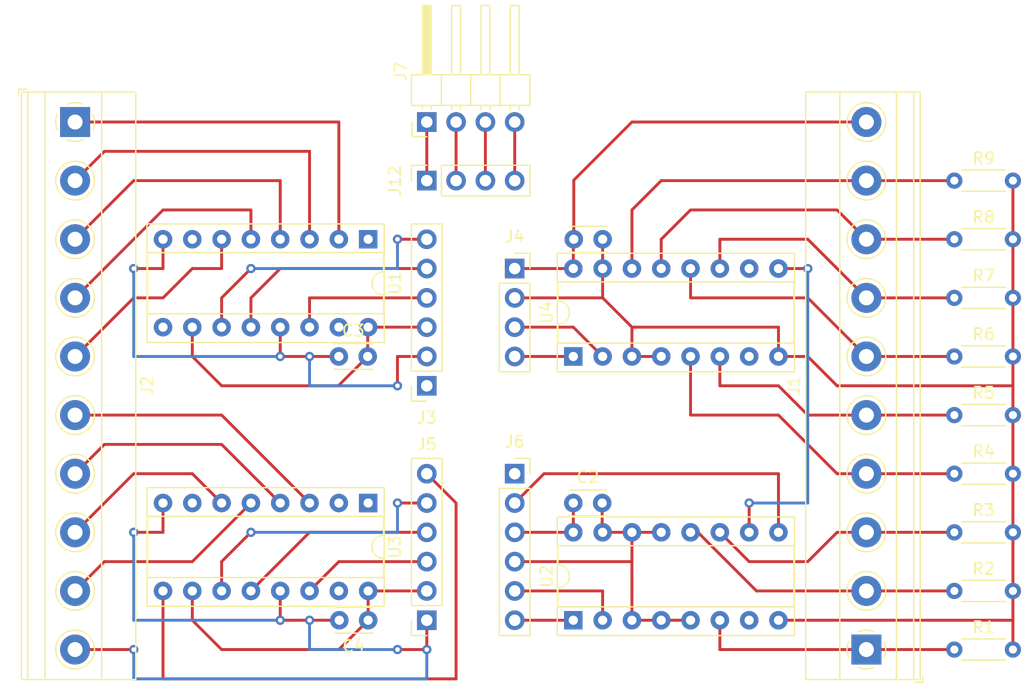
<source format=kicad_pcb>
(kicad_pcb (version 20240108) (generator "pcbnew") (generator_version "8.0")
  (layers (0 "F.Cu" signal) (31 "B.Cu" signal) (34 "B.Paste" user) (35 "F.Paste" user) (36 "B.SilkS" user "B.Silkscreen") (37 "F.SilkS" user "F.Silkscreen") (38 "B.Mask" user) (39 "F.Mask" user) (44 "Edge.Cuts" user))
  (net 0 "")
  (net 1 "+3.3V")
  (net 2 "GND")
  (net 3 "/BUTTON_IN_8")
  (net 4 "/BUTTON_IN_7")
  (net 5 "/BUTTON_IN_5")
  (net 6 "/BUTTON_IN_6")
  (net 7 "/BUTTON_IN_1")
  (net 8 "/BUTTON_IN_9")
  (net 9 "/BUTTON_IN_4")
  (net 10 "/BUTTON_IN_2")
  (net 11 "/BUTTON_IN_3")
  (net 12 "/LED_OUT_8")
  (net 13 "/LED_OUT_5")
  (net 14 "/LED_OUT_7")
  (net 15 "/LED_OUT_9")
  (net 16 "/LED_OUT_6")
  (net 17 "/LED_OUT_4")
  (net 18 "/LED_OUT_2")
  (net 19 "/LED_OUT_1")
  (net 20 "/LED_OUT_3")
  (net 21 "VCC")
  (net 23 "/BUTTON_CLOCK")
  (net 26 "/B_IN")
  (net 27 "/LED_CLOCK")
  (net 37 "/LED_LATCH")
  (net 38 "/LED_DATA_OUT")
  (net 39 "/LED_DATA_IN")
  (net 40 "/LCD_SDA")
  (net 41 "/LCD_SCL")
  (net 42 "/~{BUTTON_LOAD}")
  (net 43 "/BUTTON_DATA_OUT")
  (footprint "Connector_PinHeader_2.54mm:PinHeader_1x04_P2.54mm_Horizontal" (layer "F.Cu") (at 58.42 27.94 90)
    (property "Reference" "J7" (at 4.385 -2.27 90) (layer "F.SilkS"))
    (property "Value" "Conn_01x04")
    (pad "1" thru_hole rect (at 0 0 90) (size 1.7 1.7) (drill 1) (layers "*.Cu" "*.Mask") (net 41 "/LCD_SCL"))
    (pad "2" thru_hole oval (at 0 2.54 90) (size 1.7 1.7) (drill 1) (layers "*.Cu" "*.Mask") (net 40 "/LCD_SDA"))
    (pad "3" thru_hole oval (at 0 5.08 90) (size 1.7 1.7) (drill 1) (layers "*.Cu" "*.Mask") (net 21 "VCC"))
    (pad "4" thru_hole oval (at 0 7.62 90) (size 1.7 1.7) (drill 1) (layers "*.Cu" "*.Mask") (net 2 "GND"))
  )
  (footprint "Capacitor_THT:C_Disc_D3.0mm_W2.0mm_P2.50mm" (layer "F.Cu") (at 53.34 71.12 180)
    (property "Reference" "C4" (at 1.25 -2.25 0) (layer "F.SilkS"))
    (property "Value" "100nF")
    (pad "1" thru_hole circle (at 0 0 180) (size 1.6 1.6) (drill 0.8) (layers "*.Cu" "*.Mask") (net 21 "VCC"))
    (pad "2" thru_hole circle (at 2.5 0 180) (size 1.6 1.6) (drill 0.8) (layers "*.Cu" "*.Mask") (net 2 "GND"))
  )
  (footprint "Connector_PinSocket_2.54mm:PinSocket_1x06_P2.54mm_Vertical" (layer "F.Cu") (at 58.42 50.8 180)
    (property "Reference" "J3" (at 0 -2.77 0) (layer "F.SilkS"))
    (property "Value" "Conn_01x06")
    (pad "1" thru_hole rect (at 0 0 180) (size 1.7 1.7) (drill 1) (layers "*.Cu" "*.Mask"))
    (pad "2" thru_hole oval (at 0 2.54 180) (size 1.7 1.7) (drill 1) (layers "*.Cu" "*.Mask") (net 2 "GND"))
    (pad "3" thru_hole oval (at 0 5.08 180) (size 1.7 1.7) (drill 1) (layers "*.Cu" "*.Mask") (net 21 "VCC"))
    (pad "4" thru_hole oval (at 0 7.62 180) (size 1.7 1.7) (drill 1) (layers "*.Cu" "*.Mask") (net 38 "/LED_DATA_OUT"))
    (pad "5" thru_hole oval (at 0 10.16 180) (size 1.7 1.7) (drill 1) (layers "*.Cu" "*.Mask") (net 37 "/LED_LATCH"))
    (pad "6" thru_hole oval (at 0 12.7 180) (size 1.7 1.7) (drill 1) (layers "*.Cu" "*.Mask") (net 27 "/LED_CLOCK"))
  )
  (footprint "Capacitor_THT:C_Disc_D3.0mm_W2.0mm_P2.50mm" (layer "F.Cu") (at 71.12 60.96)
    (property "Reference" "C2" (at 1.25 -2.25 0) (layer "F.SilkS"))
    (property "Value" "100nF")
    (pad "1" thru_hole circle (at 0 0) (size 1.6 1.6) (drill 0.8) (layers "*.Cu" "*.Mask") (net 1 "+3.3V"))
    (pad "2" thru_hole circle (at 2.5 0) (size 1.6 1.6) (drill 0.8) (layers "*.Cu" "*.Mask") (net 2 "GND"))
  )
  (footprint "Capacitor_THT:C_Disc_D3.0mm_W2.0mm_P2.50mm" (layer "F.Cu") (at 73.66 38.1 180)
    (property "Reference" "C1" (hide yes))
    (property "Value" "100nF")
    (pad "1" thru_hole circle (at 0 0 180) (size 1.6 1.6) (drill 0.8) (layers "*.Cu" "*.Mask") (net 2 "GND"))
    (pad "2" thru_hole circle (at 2.5 0 180) (size 1.6 1.6) (drill 0.8) (layers "*.Cu" "*.Mask") (net 1 "+3.3V"))
  )
  (footprint "Resistor_THT:R_Axial_DIN0204_L3.6mm_D1.6mm_P5.08mm_Horizontal" (layer "F.Cu") (at 104.14 43.18)
    (property "Reference" "R7" (at 2.54 -1.92 0) (layer "F.SilkS"))
    (property "Value" "10k Ohm")
    (pad "1" thru_hole circle (at 0 0) (size 1.4 1.4) (drill 0.7) (layers "*.Cu" "*.Mask") (net 7 "/BUTTON_IN_1"))
    (pad "2" thru_hole oval (at 5.08 0) (size 1.4 1.4) (drill 0.7) (layers "*.Cu" "*.Mask") (net 2 "GND"))
  )
  (footprint "TerminalBlock_Phoenix:TerminalBlock_Phoenix_MKDS-1,5-10-5.08_1x10_P5.08mm_Horizontal" (layer "F.Cu") (at 27.94 27.94 -90)
    (property "Reference" "J2" (at 22.86 -6.26 90) (layer "F.SilkS"))
    (property "Value" "Screw_Terminal_01x10")
    (pad "1" thru_hole rect (at 0 0 270) (size 2.6 2.6) (drill 1.3) (layers "*.Cu" "*.Mask") (net 13 "/LED_OUT_5"))
    (pad "2" thru_hole circle (at 5.08 0 270) (size 2.6 2.6) (drill 1.3) (layers "*.Cu" "*.Mask") (net 16 "/LED_OUT_6"))
    (pad "3" thru_hole circle (at 10.16 0 270) (size 2.6 2.6) (drill 1.3) (layers "*.Cu" "*.Mask") (net 14 "/LED_OUT_7"))
    (pad "4" thru_hole circle (at 15.24 0 270) (size 2.6 2.6) (drill 1.3) (layers "*.Cu" "*.Mask") (net 12 "/LED_OUT_8"))
    (pad "5" thru_hole circle (at 20.32 0 270) (size 2.6 2.6) (drill 1.3) (layers "*.Cu" "*.Mask") (net 15 "/LED_OUT_9"))
    (pad "6" thru_hole circle (at 25.4 0 270) (size 2.6 2.6) (drill 1.3) (layers "*.Cu" "*.Mask") (net 19 "/LED_OUT_1"))
    (pad "7" thru_hole circle (at 30.48 0 270) (size 2.6 2.6) (drill 1.3) (layers "*.Cu" "*.Mask") (net 18 "/LED_OUT_2"))
    (pad "8" thru_hole circle (at 35.56 0 270) (size 2.6 2.6) (drill 1.3) (layers "*.Cu" "*.Mask") (net 17 "/LED_OUT_4"))
    (pad "9" thru_hole circle (at 40.64 0 270) (size 2.6 2.6) (drill 1.3) (layers "*.Cu" "*.Mask") (net 20 "/LED_OUT_3"))
    (pad "10" thru_hole circle (at 45.72 0 270) (size 2.6 2.6) (drill 1.3) (layers "*.Cu" "*.Mask") (net 2 "GND"))
  )
  (footprint "Package_DIP:DIP-16_W7.62mm_Socket" (layer "F.Cu") (at 53.34 60.96 -90)
    (property "Reference" "U3" (at 3.81 -2.33 90) (layer "F.SilkS"))
    (property "Value" "74HC595")
    (pad "1" thru_hole rect (at 0 0 270) (size 1.6 1.6) (drill 0.8) (layers "*.Cu" "*.Mask"))
    (pad "2" thru_hole oval (at 0 2.54 270) (size 1.6 1.6) (drill 0.8) (layers "*.Cu" "*.Mask"))
    (pad "3" thru_hole oval (at 0 5.08 270) (size 1.6 1.6) (drill 0.8) (layers "*.Cu" "*.Mask") (net 19 "/LED_OUT_1"))
    (pad "4" thru_hole oval (at 0 7.62 270) (size 1.6 1.6) (drill 0.8) (layers "*.Cu" "*.Mask") (net 18 "/LED_OUT_2"))
    (pad "5" thru_hole oval (at 0 10.16 270) (size 1.6 1.6) (drill 0.8) (layers "*.Cu" "*.Mask") (net 20 "/LED_OUT_3"))
    (pad "6" thru_hole oval (at 0 12.7 270) (size 1.6 1.6) (drill 0.8) (layers "*.Cu" "*.Mask") (net 17 "/LED_OUT_4"))
    (pad "7" thru_hole oval (at 0 15.24 270) (size 1.6 1.6) (drill 0.8) (layers "*.Cu" "*.Mask"))
    (pad "8" thru_hole oval (at 0 17.78 270) (size 1.6 1.6) (drill 0.8) (layers "*.Cu" "*.Mask") (net 2 "GND"))
    (pad "9" thru_hole oval (at 7.62 17.78 270) (size 1.6 1.6) (drill 0.8) (layers "*.Cu" "*.Mask") (net 38 "/LED_DATA_OUT"))
    (pad "10" thru_hole oval (at 7.62 15.24 270) (size 1.6 1.6) (drill 0.8) (layers "*.Cu" "*.Mask") (net 21 "VCC"))
    (pad "11" thru_hole oval (at 7.62 12.7 270) (size 1.6 1.6) (drill 0.8) (layers "*.Cu" "*.Mask") (net 27 "/LED_CLOCK"))
    (pad "12" thru_hole oval (at 7.62 10.16 270) (size 1.6 1.6) (drill 0.8) (layers "*.Cu" "*.Mask") (net 37 "/LED_LATCH"))
    (pad "13" thru_hole oval (at 7.62 7.62 270) (size 1.6 1.6) (drill 0.8) (layers "*.Cu" "*.Mask") (net 2 "GND"))
    (pad "14" thru_hole oval (at 7.62 5.08 270) (size 1.6 1.6) (drill 0.8) (layers "*.Cu" "*.Mask") (net 39 "/LED_DATA_IN"))
    (pad "15" thru_hole oval (at 7.62 2.54 270) (size 1.6 1.6) (drill 0.8) (layers "*.Cu" "*.Mask"))
    (pad "16" thru_hole oval (at 7.62 0 270) (size 1.6 1.6) (drill 0.8) (layers "*.Cu" "*.Mask") (net 21 "VCC"))
  )
  (footprint "Resistor_THT:R_Axial_DIN0204_L3.6mm_D1.6mm_P5.08mm_Horizontal" (layer "F.Cu") (at 104.14 58.42)
    (property "Reference" "R4" (at 2.54 -1.92 0) (layer "F.SilkS"))
    (property "Value" "10k Ohm")
    (pad "1" thru_hole circle (at 0 0) (size 1.4 1.4) (drill 0.7) (layers "*.Cu" "*.Mask") (net 5 "/BUTTON_IN_5"))
    (pad "2" thru_hole oval (at 5.08 0) (size 1.4 1.4) (drill 0.7) (layers "*.Cu" "*.Mask") (net 2 "GND"))
  )
  (footprint "Package_DIP:DIP-16_W7.62mm_Socket" (layer "F.Cu") (at 71.12 71.12 90)
    (property "Reference" "U2" (at 3.81 -2.33 90) (layer "F.SilkS"))
    (property "Value" "74HC165")
    (pad "1" thru_hole rect (at 0 0 90) (size 1.6 1.6) (drill 0.8) (layers "*.Cu" "*.Mask") (net 42 "/~{BUTTON_LOAD}"))
    (pad "2" thru_hole oval (at 0 2.54 90) (size 1.6 1.6) (drill 0.8) (layers "*.Cu" "*.Mask") (net 23 "/BUTTON_CLOCK"))
    (pad "3" thru_hole oval (at 0 5.08 90) (size 1.6 1.6) (drill 0.8) (layers "*.Cu" "*.Mask") (net 2 "GND"))
    (pad "4" thru_hole oval (at 0 7.62 90) (size 1.6 1.6) (drill 0.8) (layers "*.Cu" "*.Mask") (net 2 "GND"))
    (pad "5" thru_hole oval (at 0 10.16 90) (size 1.6 1.6) (drill 0.8) (layers "*.Cu" "*.Mask") (net 2 "GND"))
    (pad "6" thru_hole oval (at 0 12.7 90) (size 1.6 1.6) (drill 0.8) (layers "*.Cu" "*.Mask") (net 8 "/BUTTON_IN_9"))
    (pad "7" thru_hole oval (at 0 15.24 90) (size 1.6 1.6) (drill 0.8) (layers "*.Cu" "*.Mask"))
    (pad "8" thru_hole oval (at 0 17.78 90) (size 1.6 1.6) (drill 0.8) (layers "*.Cu" "*.Mask") (net 2 "GND"))
    (pad "9" thru_hole oval (at 7.62 17.78 90) (size 1.6 1.6) (drill 0.8) (layers "*.Cu" "*.Mask") (net 43 "/BUTTON_DATA_OUT"))
    (pad "10" thru_hole oval (at 7.62 15.24 90) (size 1.6 1.6) (drill 0.8) (layers "*.Cu" "*.Mask") (net 26 "/B_IN"))
    (pad "11" thru_hole oval (at 7.62 12.7 90) (size 1.6 1.6) (drill 0.8) (layers "*.Cu" "*.Mask") (net 4 "/BUTTON_IN_7"))
    (pad "12" thru_hole oval (at 7.62 10.16 90) (size 1.6 1.6) (drill 0.8) (layers "*.Cu" "*.Mask") (net 3 "/BUTTON_IN_8"))
    (pad "13" thru_hole oval (at 7.62 7.62 90) (size 1.6 1.6) (drill 0.8) (layers "*.Cu" "*.Mask") (net 2 "GND"))
    (pad "14" thru_hole oval (at 7.62 5.08 90) (size 1.6 1.6) (drill 0.8) (layers "*.Cu" "*.Mask") (net 2 "GND"))
    (pad "15" thru_hole oval (at 7.62 2.54 90) (size 1.6 1.6) (drill 0.8) (layers "*.Cu" "*.Mask") (net 2 "GND"))
    (pad "16" thru_hole oval (at 7.62 0 90) (size 1.6 1.6) (drill 0.8) (layers "*.Cu" "*.Mask") (net 1 "+3.3V"))
  )
  (footprint "TerminalBlock_Phoenix:TerminalBlock_Phoenix_MKDS-1,5-10-5.08_1x10_P5.08mm_Horizontal" (layer "F.Cu") (at 96.52 73.66 90)
    (property "Reference" "J1" (at 22.86 -6.26 90) (layer "F.SilkS"))
    (property "Value" "Screw_Terminal_01x10")
    (pad "1" thru_hole rect (at 0 0 90) (size 2.6 2.6) (drill 1.3) (layers "*.Cu" "*.Mask") (net 8 "/BUTTON_IN_9"))
    (pad "2" thru_hole circle (at 5.08 0 90) (size 2.6 2.6) (drill 1.3) (layers "*.Cu" "*.Mask") (net 3 "/BUTTON_IN_8"))
    (pad "3" thru_hole circle (at 10.16 0 90) (size 2.6 2.6) (drill 1.3) (layers "*.Cu" "*.Mask") (net 4 "/BUTTON_IN_7"))
    (pad "4" thru_hole circle (at 15.24 0 90) (size 2.6 2.6) (drill 1.3) (layers "*.Cu" "*.Mask") (net 5 "/BUTTON_IN_5"))
    (pad "5" thru_hole circle (at 20.32 0 90) (size 2.6 2.6) (drill 1.3) (layers "*.Cu" "*.Mask") (net 6 "/BUTTON_IN_6"))
    (pad "6" thru_hole circle (at 25.4 0 90) (size 2.6 2.6) (drill 1.3) (layers "*.Cu" "*.Mask") (net 10 "/BUTTON_IN_2"))
    (pad "7" thru_hole circle (at 30.48 0 90) (size 2.6 2.6) (drill 1.3) (layers "*.Cu" "*.Mask") (net 7 "/BUTTON_IN_1"))
    (pad "8" thru_hole circle (at 35.56 0 90) (size 2.6 2.6) (drill 1.3) (layers "*.Cu" "*.Mask") (net 11 "/BUTTON_IN_3"))
    (pad "9" thru_hole circle (at 40.64 0 90) (size 2.6 2.6) (drill 1.3) (layers "*.Cu" "*.Mask") (net 9 "/BUTTON_IN_4"))
    (pad "10" thru_hole circle (at 45.72 0 90) (size 2.6 2.6) (drill 1.3) (layers "*.Cu" "*.Mask") (net 1 "+3.3V"))
  )
  (footprint "Capacitor_THT:C_Disc_D3.0mm_W2.0mm_P2.50mm" (layer "F.Cu") (at 50.8 48.26)
    (property "Reference" "C3" (at 1.25 -2.25 0) (layer "F.SilkS"))
    (property "Value" "100nF")
    (pad "1" thru_hole circle (at 0 0) (size 1.6 1.6) (drill 0.8) (layers "*.Cu" "*.Mask") (net 2 "GND"))
    (pad "2" thru_hole circle (at 2.5 0) (size 1.6 1.6) (drill 0.8) (layers "*.Cu" "*.Mask") (net 21 "VCC"))
  )
  (footprint "Resistor_THT:R_Axial_DIN0204_L3.6mm_D1.6mm_P5.08mm_Horizontal" (layer "F.Cu") (at 104.14 33.02)
    (property "Reference" "R9" (at 2.54 -1.92 0) (layer "F.SilkS"))
    (property "Value" "10k Ohm")
    (pad "1" thru_hole circle (at 0 0) (size 1.4 1.4) (drill 0.7) (layers "*.Cu" "*.Mask") (net 9 "/BUTTON_IN_4"))
    (pad "2" thru_hole oval (at 5.08 0) (size 1.4 1.4) (drill 0.7) (layers "*.Cu" "*.Mask") (net 2 "GND"))
  )
  (footprint "Connector_PinSocket_2.54mm:PinSocket_1x04_P2.54mm_Vertical" (layer "F.Cu") (at 58.42 33.02 90)
    (property "Reference" "J12" (at 0 -2.77 90) (layer "F.SilkS"))
    (property "Value" "Conn_01x04")
    (pad "1" thru_hole rect (at 0 0 90) (size 1.7 1.7) (drill 1) (layers "*.Cu" "*.Mask") (net 41 "/LCD_SCL"))
    (pad "2" thru_hole oval (at 0 2.54 90) (size 1.7 1.7) (drill 1) (layers "*.Cu" "*.Mask") (net 40 "/LCD_SDA"))
    (pad "3" thru_hole oval (at 0 5.08 90) (size 1.7 1.7) (drill 1) (layers "*.Cu" "*.Mask") (net 21 "VCC"))
    (pad "4" thru_hole oval (at 0 7.62 90) (size 1.7 1.7) (drill 1) (layers "*.Cu" "*.Mask") (net 2 "GND"))
  )
  (footprint "Resistor_THT:R_Axial_DIN0204_L3.6mm_D1.6mm_P5.08mm_Horizontal" (layer "F.Cu") (at 104.14 68.58)
    (property "Reference" "R2" (at 2.54 -1.92 0) (layer "F.SilkS"))
    (property "Value" "10k Ohm")
    (pad "1" thru_hole circle (at 0 0) (size 1.4 1.4) (drill 0.7) (layers "*.Cu" "*.Mask") (net 3 "/BUTTON_IN_8"))
    (pad "2" thru_hole oval (at 5.08 0) (size 1.4 1.4) (drill 0.7) (layers "*.Cu" "*.Mask") (net 2 "GND"))
  )
  (footprint "Package_DIP:DIP-16_W7.62mm_Socket" (layer "F.Cu") (at 53.34 38.1 -90)
    (property "Reference" "U1" (at 3.81 -2.33 90) (layer "F.SilkS"))
    (property "Value" "74HC595")
    (pad "1" thru_hole rect (at 0 0 270) (size 1.6 1.6) (drill 0.8) (layers "*.Cu" "*.Mask"))
    (pad "2" thru_hole oval (at 0 2.54 270) (size 1.6 1.6) (drill 0.8) (layers "*.Cu" "*.Mask") (net 13 "/LED_OUT_5"))
    (pad "3" thru_hole oval (at 0 5.08 270) (size 1.6 1.6) (drill 0.8) (layers "*.Cu" "*.Mask") (net 16 "/LED_OUT_6"))
    (pad "4" thru_hole oval (at 0 7.62 270) (size 1.6 1.6) (drill 0.8) (layers "*.Cu" "*.Mask") (net 14 "/LED_OUT_7"))
    (pad "5" thru_hole oval (at 0 10.16 270) (size 1.6 1.6) (drill 0.8) (layers "*.Cu" "*.Mask") (net 12 "/LED_OUT_8"))
    (pad "6" thru_hole oval (at 0 12.7 270) (size 1.6 1.6) (drill 0.8) (layers "*.Cu" "*.Mask") (net 15 "/LED_OUT_9"))
    (pad "7" thru_hole oval (at 0 15.24 270) (size 1.6 1.6) (drill 0.8) (layers "*.Cu" "*.Mask"))
    (pad "8" thru_hole oval (at 0 17.78 270) (size 1.6 1.6) (drill 0.8) (layers "*.Cu" "*.Mask") (net 2 "GND"))
    (pad "9" thru_hole oval (at 7.62 17.78 270) (size 1.6 1.6) (drill 0.8) (layers "*.Cu" "*.Mask"))
    (pad "10" thru_hole oval (at 7.62 15.24 270) (size 1.6 1.6) (drill 0.8) (layers "*.Cu" "*.Mask") (net 21 "VCC"))
    (pad "11" thru_hole oval (at 7.62 12.7 270) (size 1.6 1.6) (drill 0.8) (layers "*.Cu" "*.Mask") (net 27 "/LED_CLOCK"))
    (pad "12" thru_hole oval (at 7.62 10.16 270) (size 1.6 1.6) (drill 0.8) (layers "*.Cu" "*.Mask") (net 37 "/LED_LATCH"))
    (pad "13" thru_hole oval (at 7.62 7.62 270) (size 1.6 1.6) (drill 0.8) (layers "*.Cu" "*.Mask") (net 2 "GND"))
    (pad "14" thru_hole oval (at 7.62 5.08 270) (size 1.6 1.6) (drill 0.8) (layers "*.Cu" "*.Mask") (net 38 "/LED_DATA_OUT"))
    (pad "15" thru_hole oval (at 7.62 2.54 270) (size 1.6 1.6) (drill 0.8) (layers "*.Cu" "*.Mask"))
    (pad "16" thru_hole oval (at 7.62 0 270) (size 1.6 1.6) (drill 0.8) (layers "*.Cu" "*.Mask") (net 21 "VCC"))
  )
  (footprint "Connector_PinSocket_2.54mm:PinSocket_1x04_P2.54mm_Vertical" (layer "F.Cu") (at 66.04 40.64)
    (property "Reference" "J4" (at 0 -2.77 0) (layer "F.SilkS"))
    (property "Value" "Conn_01x04")
    (pad "1" thru_hole rect (at 0 0) (size 1.7 1.7) (drill 1) (layers "*.Cu" "*.Mask") (net 1 "+3.3V"))
    (pad "2" thru_hole oval (at 0 2.54) (size 1.7 1.7) (drill 1) (layers "*.Cu" "*.Mask") (net 2 "GND"))
    (pad "3" thru_hole oval (at 0 5.08) (size 1.7 1.7) (drill 1) (layers "*.Cu" "*.Mask") (net 23 "/BUTTON_CLOCK"))
    (pad "4" thru_hole oval (at 0 7.62) (size 1.7 1.7) (drill 1) (layers "*.Cu" "*.Mask") (net 42 "/~{BUTTON_LOAD}"))
  )
  (footprint "Package_DIP:DIP-16_W7.62mm_Socket" (layer "F.Cu") (at 71.12 48.26 90)
    (property "Reference" "U4" (at 3.81 -2.33 90) (layer "F.SilkS"))
    (property "Value" "74HC165")
    (pad "1" thru_hole rect (at 0 0 90) (size 1.6 1.6) (drill 0.8) (layers "*.Cu" "*.Mask") (net 42 "/~{BUTTON_LOAD}"))
    (pad "2" thru_hole oval (at 0 2.54 90) (size 1.6 1.6) (drill 0.8) (layers "*.Cu" "*.Mask") (net 23 "/BUTTON_CLOCK"))
    (pad "3" thru_hole oval (at 0 5.08 90) (size 1.6 1.6) (drill 0.8) (layers "*.Cu" "*.Mask") (net 2 "GND"))
    (pad "4" thru_hole oval (at 0 7.62 90) (size 1.6 1.6) (drill 0.8) (layers "*.Cu" "*.Mask") (net 2 "GND"))
    (pad "5" thru_hole oval (at 0 10.16 90) (size 1.6 1.6) (drill 0.8) (layers "*.Cu" "*.Mask") (net 5 "/BUTTON_IN_5"))
    (pad "6" thru_hole oval (at 0 12.7 90) (size 1.6 1.6) (drill 0.8) (layers "*.Cu" "*.Mask") (net 6 "/BUTTON_IN_6"))
    (pad "7" thru_hole oval (at 0 15.24 90) (size 1.6 1.6) (drill 0.8) (layers "*.Cu" "*.Mask"))
    (pad "8" thru_hole oval (at 0 17.78 90) (size 1.6 1.6) (drill 0.8) (layers "*.Cu" "*.Mask") (net 2 "GND"))
    (pad "9" thru_hole oval (at 7.62 17.78 90) (size 1.6 1.6) (drill 0.8) (layers "*.Cu" "*.Mask") (net 26 "/B_IN"))
    (pad "10" thru_hole oval (at 7.62 15.24 90) (size 1.6 1.6) (drill 0.8) (layers "*.Cu" "*.Mask"))
    (pad "11" thru_hole oval (at 7.62 12.7 90) (size 1.6 1.6) (drill 0.8) (layers "*.Cu" "*.Mask") (net 7 "/BUTTON_IN_1"))
    (pad "12" thru_hole oval (at 7.62 10.16 90) (size 1.6 1.6) (drill 0.8) (layers "*.Cu" "*.Mask") (net 10 "/BUTTON_IN_2"))
    (pad "13" thru_hole oval (at 7.62 7.62 90) (size 1.6 1.6) (drill 0.8) (layers "*.Cu" "*.Mask") (net 11 "/BUTTON_IN_3"))
    (pad "14" thru_hole oval (at 7.62 5.08 90) (size 1.6 1.6) (drill 0.8) (layers "*.Cu" "*.Mask") (net 9 "/BUTTON_IN_4"))
    (pad "15" thru_hole oval (at 7.62 2.54 90) (size 1.6 1.6) (drill 0.8) (layers "*.Cu" "*.Mask") (net 2 "GND"))
    (pad "16" thru_hole oval (at 7.62 0 90) (size 1.6 1.6) (drill 0.8) (layers "*.Cu" "*.Mask") (net 1 "+3.3V"))
  )
  (footprint "Connector_PinSocket_2.54mm:PinSocket_1x06_P2.54mm_Vertical" (layer "F.Cu") (at 66.04 58.42)
    (property "Reference" "J6" (at 0 -2.77 0) (layer "F.SilkS"))
    (property "Value" "Conn_01x06")
    (pad "1" thru_hole rect (at 0 0) (size 1.7 1.7) (drill 1) (layers "*.Cu" "*.Mask"))
    (pad "2" thru_hole oval (at 0 2.54) (size 1.7 1.7) (drill 1) (layers "*.Cu" "*.Mask") (net 43 "/BUTTON_DATA_OUT"))
    (pad "3" thru_hole oval (at 0 5.08) (size 1.7 1.7) (drill 1) (layers "*.Cu" "*.Mask") (net 1 "+3.3V"))
    (pad "4" thru_hole oval (at 0 7.62) (size 1.7 1.7) (drill 1) (layers "*.Cu" "*.Mask") (net 2 "GND"))
    (pad "5" thru_hole oval (at 0 10.16) (size 1.7 1.7) (drill 1) (layers "*.Cu" "*.Mask") (net 23 "/BUTTON_CLOCK"))
    (pad "6" thru_hole oval (at 0 12.7) (size 1.7 1.7) (drill 1) (layers "*.Cu" "*.Mask") (net 42 "/~{BUTTON_LOAD}"))
  )
  (footprint "Resistor_THT:R_Axial_DIN0204_L3.6mm_D1.6mm_P5.08mm_Horizontal" (layer "F.Cu") (at 104.14 38.1)
    (property "Reference" "R8" (at 2.54 -1.92 0) (layer "F.SilkS"))
    (property "Value" "10k Ohm")
    (pad "1" thru_hole circle (at 0 0) (size 1.4 1.4) (drill 0.7) (layers "*.Cu" "*.Mask") (net 11 "/BUTTON_IN_3"))
    (pad "2" thru_hole oval (at 5.08 0) (size 1.4 1.4) (drill 0.7) (layers "*.Cu" "*.Mask") (net 2 "GND"))
  )
  (footprint "Resistor_THT:R_Axial_DIN0204_L3.6mm_D1.6mm_P5.08mm_Horizontal" (layer "F.Cu") (at 104.14 53.34)
    (property "Reference" "R5" (at 2.54 -1.92 0) (layer "F.SilkS"))
    (property "Value" "10k Ohm")
    (pad "1" thru_hole circle (at 0 0) (size 1.4 1.4) (drill 0.7) (layers "*.Cu" "*.Mask") (net 6 "/BUTTON_IN_6"))
    (pad "2" thru_hole oval (at 5.08 0) (size 1.4 1.4) (drill 0.7) (layers "*.Cu" "*.Mask") (net 2 "GND"))
  )
  (footprint "Resistor_THT:R_Axial_DIN0204_L3.6mm_D1.6mm_P5.08mm_Horizontal" (layer "F.Cu") (at 104.14 73.66)
    (property "Reference" "R1" (at 2.54 -1.92 0) (layer "F.SilkS"))
    (property "Value" "10k Ohm")
    (pad "1" thru_hole circle (at 0 0) (size 1.4 1.4) (drill 0.7) (layers "*.Cu" "*.Mask") (net 8 "/BUTTON_IN_9"))
    (pad "2" thru_hole oval (at 5.08 0) (size 1.4 1.4) (drill 0.7) (layers "*.Cu" "*.Mask") (net 2 "GND"))
  )
  (footprint "Connector_PinSocket_2.54mm:PinSocket_1x06_P2.54mm_Vertical" (layer "F.Cu") (at 58.42 71.12 180)
    (property "Reference" "J5" (at 0 15.24 0) (layer "F.SilkS"))
    (property "Value" "Conn_01x06")
    (pad "1" thru_hole rect (at 0 0 180) (size 1.7 1.7) (drill 1) (layers "*.Cu" "*.Mask") (net 2 "GND"))
    (pad "2" thru_hole oval (at 0 2.54 180) (size 1.7 1.7) (drill 1) (layers "*.Cu" "*.Mask") (net 21 "VCC"))
    (pad "3" thru_hole oval (at 0 5.08 180) (size 1.7 1.7) (drill 1) (layers "*.Cu" "*.Mask") (net 39 "/LED_DATA_IN"))
    (pad "4" thru_hole oval (at 0 7.62 180) (size 1.7 1.7) (drill 1) (layers "*.Cu" "*.Mask") (net 37 "/LED_LATCH"))
    (pad "5" thru_hole oval (at 0 10.16 180) (size 1.7 1.7) (drill 1) (layers "*.Cu" "*.Mask") (net 27 "/LED_CLOCK"))
    (pad "6" thru_hole oval (at 0 12.7 180) (size 1.7 1.7) (drill 1) (layers "*.Cu" "*.Mask") (net 38 "/LED_DATA_OUT"))
  )
  (footprint "Resistor_THT:R_Axial_DIN0204_L3.6mm_D1.6mm_P5.08mm_Horizontal" (layer "F.Cu") (at 104.14 48.26)
    (property "Reference" "R6" (at 2.54 -1.92 0) (layer "F.SilkS"))
    (property "Value" "10k Ohm")
    (pad "1" thru_hole circle (at 0 0) (size 1.4 1.4) (drill 0.7) (layers "*.Cu" "*.Mask") (net 10 "/BUTTON_IN_2"))
    (pad "2" thru_hole oval (at 5.08 0) (size 1.4 1.4) (drill 0.7) (layers "*.Cu" "*.Mask") (net 2 "GND"))
  )
  (footprint "Resistor_THT:R_Axial_DIN0204_L3.6mm_D1.6mm_P5.08mm_Horizontal" (layer "F.Cu") (at 104.14 63.5)
    (property "Reference" "R3" (at 2.54 -1.92 0) (layer "F.SilkS"))
    (property "Value" "10k Ohm")
    (pad "1" thru_hole circle (at 0 0) (size 1.4 1.4) (drill 0.7) (layers "*.Cu" "*.Mask") (net 4 "/BUTTON_IN_7"))
    (pad "2" thru_hole oval (at 5.08 0) (size 1.4 1.4) (drill 0.7) (layers "*.Cu" "*.Mask") (net 2 "GND"))
  )
  (segment (start 71.12 40.64) (end 71.12 38.14) (width 0.25) (layer "F.Cu") (net 1))
  (segment (start 71.12 63.5) (end 66.04 63.5) (width 0.25) (layer "F.Cu") (net 1))
  (segment (start 71.12 38.14) (end 71.16 38.1) (width 0.25) (layer "F.Cu") (net 1))
  (segment (start 71.16 38.1) (end 71.16 32.98) (width 0.25) (layer "F.Cu") (net 1))
  (segment (start 76.2 27.94) (end 96.52 27.94) (width 0.25) (layer "F.Cu") (net 1))
  (segment (start 71.16 32.98) (end 76.2 27.94) (width 0.25) (layer "F.Cu") (net 1))
  (segment (start 71.12 60.96) (end 71.12 63.5) (width 0.25) (layer "F.Cu") (net 1))
  (segment (start 66.04 40.64) (end 71.12 40.64) (width 0.25) (layer "F.Cu") (net 1))
  (segment (start 88.9 71.12) (end 109.22 71.12) (width 0.25) (layer "F.Cu") (net 2))
  (segment (start 66.04 66.04) (end 76.2 66.04) (width 0.25) (layer "F.Cu") (net 2))
  (segment (start 73.66 63.5) (end 73.62 63.46) (width 0.25) (layer "F.Cu") (net 2))
  (segment (start 45.72 48.26) (end 48.26 48.26) (width 0.25) (layer "F.Cu") (net 2))
  (segment (start 45.72 71.12) (end 45.72 68.58) (width 0.25) (layer "F.Cu") (net 2))
  (segment (start 58.42 71.12) (end 58.42 73.66) (width 0.25) (layer "F.Cu") (net 2))
  (segment (start 76.2 71.12) (end 81.28 71.12) (width 0.25) (layer "F.Cu") (net 2))
  (segment (start 73.66 43.18) (end 76.2 45.72) (width 0.25) (layer "F.Cu") (net 2))
  (segment (start 73.66 63.5) (end 78.74 63.5) (width 0.25) (layer "F.Cu") (net 2))
  (segment (start 48.26 71.12) (end 45.72 71.12) (width 0.25) (layer "F.Cu") (net 2))
  (segment (start 109.22 50.8) (end 109.22 53.34) (width 0.25) (layer "F.Cu") (net 2))
  (segment (start 88.9 48.26) (end 91.44 48.26) (width 0.25) (layer "F.Cu") (net 2))
  (segment (start 93.98 50.8) (end 109.22 50.8) (width 0.25) (layer "F.Cu") (net 2))
  (segment (start 33.02 40.64) (end 35.56 40.64) (width 0.25) (layer "F.Cu") (net 2))
  (segment (start 55.88 73.66) (end 58.42 73.66) (width 0.25) (layer "F.Cu") (net 2))
  (segment (start 33.02 73.66) (end 27.94 73.66) (width 0.25) (layer "F.Cu") (net 2))
  (segment (start 73.62 63.46) (end 73.62 60.96) (width 0.25) (layer "F.Cu") (net 2))
  (segment (start 109.22 71.12) (end 109.22 73.66) (width 0.25) (layer "F.Cu") (net 2))
  (segment (start 33.02 63.5) (end 35.56 63.5) (width 0.25) (layer "F.Cu") (net 2))
  (segment (start 109.22 68.58) (end 109.22 71.12) (width 0.25) (layer "F.Cu") (net 2))
  (segment (start 76.2 71.12) (end 76.2 63.5) (width 0.25) (layer "F.Cu") (net 2))
  (segment (start 76.2 48.26) (end 78.74 48.26) (width 0.25) (layer "F.Cu") (net 2))
  (segment (start 55.88 48.26) (end 55.88 50.8) (width 0.25) (layer "F.Cu") (net 2))
  (segment (start 45.72 45.72) (end 45.72 48.26) (width 0.25) (layer "F.Cu") (net 2))
  (segment (start 109.22 33.02) (end 109.22 50.8) (width 0.25) (layer "F.Cu") (net 2))
  (segment (start 35.56 40.64) (end 35.56 38.1) (width 0.25) (layer "F.Cu") (net 2))
  (segment (start 48.26 48.26) (end 50.8 48.26) (width 0.25) (layer "F.Cu") (net 2))
  (segment (start 88.9 45.72) (end 88.9 48.26) (width 0.25) (layer "F.Cu") (net 2))
  (segment (start 66.04 33.02) (end 66.04 27.94) (width 0.25) (layer "F.Cu") (net 2))
  (segment (start 73.66 40.64) (end 73.66 38.1) (width 0.25) (layer "F.Cu") (net 2))
  (segment (start 58.42 48.26) (end 55.88 48.26) (width 0.25) (layer "F.Cu") (net 2))
  (segment (start 66.04 43.18) (end 73.66 43.18) (width 0.25) (layer "F.Cu") (net 2))
  (segment (start 76.2 48.26) (end 76.2 45.72) (width 0.25) (layer "F.Cu") (net 2))
  (segment (start 50.84 71.12) (end 48.26 71.12) (width 0.25) (layer "F.Cu") (net 2))
  (segment (start 73.66 40.64) (end 73.66 43.18) (width 0.25) (layer "F.Cu") (net 2))
  (segment (start 109.22 53.34) (end 109.22 68.58) (width 0.25) (layer "F.Cu") (net 2))
  (segment (start 35.56 60.96) (end 35.56 63.5) (width 0.25) (layer "F.Cu") (net 2))
  (segment (start 91.44 48.26) (end 93.98 50.8) (width 0.25) (layer "F.Cu") (net 2))
  (segment (start 76.2 45.72) (end 88.9 45.72) (width 0.25) (layer "F.Cu") (net 2))
  (via (at 55.88 50.8) (size 0.8) (drill 0.4) (layers "F.Cu" "B.Cu") (net 2))
  (via (at 45.72 71.12) (size 0.8) (drill 0.4) (layers "F.Cu" "B.Cu") (net 2))
  (via (at 33.02 40.64) (size 0.8) (drill 0.4) (layers "F.Cu" "B.Cu") (net 2))
  (via (at 33.02 73.66) (size 0.8) (drill 0.4) (layers "F.Cu" "B.Cu") (net 2))
  (via (at 58.42 73.66) (size 0.8) (drill 0.4) (layers "F.Cu" "B.Cu") (net 2))
  (via (at 45.72 48.26) (size 0.8) (drill 0.4) (layers "F.Cu" "B.Cu") (net 2))
  (via (at 33.02 63.5) (size 0.8) (drill 0.4) (layers "F.Cu" "B.Cu") (net 2))
  (via (at 48.26 71.12) (size 0.8) (drill 0.4) (layers "F.Cu" "B.Cu") (net 2))
  (via (at 48.26 48.26) (size 0.8) (drill 0.4) (layers "F.Cu" "B.Cu") (net 2))
  (via (at 55.88 73.66) (size 0.8) (drill 0.4) (layers "F.Cu" "B.Cu") (net 2))
  (segment (start 58.42 73.66) (end 58.42 76.2) (width 0.25) (layer "B.Cu") (net 2))
  (segment (start 48.26 50.8) (end 48.26 48.26) (width 0.25) (layer "B.Cu") (net 2))
  (segment (start 33.02 40.64) (end 33.02 48.26) (width 0.25) (layer "B.Cu") (net 2))
  (segment (start 33.02 48.26) (end 45.72 48.26) (width 0.25) (layer "B.Cu") (net 2))
  (segment (start 55.88 50.8) (end 48.26 50.8) (width 0.25) (layer "B.Cu") (net 2))
  (segment (start 48.26 73.66) (end 48.26 71.12) (width 0.25) (layer "B.Cu") (net 2))
  (segment (start 33.02 63.5) (end 33.02 71.12) (width 0.25) (layer "B.Cu") (net 2))
  (segment (start 33.02 76.2) (end 33.02 73.66) (width 0.25) (layer "B.Cu") (net 2))
  (segment (start 55.88 73.66) (end 48.26 73.66) (width 0.25) (layer "B.Cu") (net 2))
  (segment (start 33.02 71.12) (end 45.72 71.12) (width 0.25) (layer "B.Cu") (net 2))
  (segment (start 58.42 76.2) (end 33.02 76.2) (width 0.25) (layer "B.Cu") (net 2))
  (segment (start 81.916396 63.5) (end 86.996396 68.58) (width 0.25) (layer "F.Cu") (net 3))
  (segment (start 86.996396 68.58) (end 96.52 68.58) (width 0.25) (layer "F.Cu") (net 3))
  (segment (start 96.52 68.58) (end 104.14 68.58) (width 0.25) (layer "F.Cu") (net 3))
  (segment (start 81.28 63.5) (end 81.916396 63.5) (width 0.25) (layer "F.Cu") (net 3))
  (segment (start 86.36 66.04) (end 83.82 63.5) (width 0.25) (layer "F.Cu") (net 4))
  (segment (start 91.44 66.04) (end 86.36 66.04) (width 0.25) (layer "F.Cu") (net 4))
  (segment (start 96.52 63.5) (end 93.98 63.5) (width 0.25) (layer "F.Cu") (net 4))
  (segment (start 93.98 63.5) (end 91.44 66.04) (width 0.25) (layer "F.Cu") (net 4))
  (segment (start 104.14 63.5) (end 96.52 63.5) (width 0.25) (layer "F.Cu") (net 4))
  (segment (start 96.52 58.42) (end 93.98 58.42) (width 0.25) (layer "F.Cu") (net 5))
  (segment (start 96.52 58.42) (end 104.14 58.42) (width 0.25) (layer "F.Cu") (net 5))
  (segment (start 93.98 58.42) (end 88.9 53.34) (width 0.25) (layer "F.Cu") (net 5))
  (segment (start 88.9 53.34) (end 81.28 53.34) (width 0.25) (layer "F.Cu") (net 5))
  (segment (start 81.28 53.34) (end 81.28 48.26) (width 0.25) (layer "F.Cu") (net 5))
  (segment (start 88.9 50.8) (end 83.82 50.8) (width 0.25) (layer "F.Cu") (net 6))
  (segment (start 96.52 53.34) (end 91.44 53.34) (width 0.25) (layer "F.Cu") (net 6))
  (segment (start 96.52 53.34) (end 104.14 53.34) (width 0.25) (layer "F.Cu") (net 6))
  (segment (start 91.44 53.34) (end 88.9 50.8) (width 0.25) (layer "F.Cu") (net 6))
  (segment (start 83.82 50.8) (end 83.82 48.26) (width 0.25) (layer "F.Cu") (net 6))
  (segment (start 96.52 43.18) (end 104.14 43.18) (width 0.25) (layer "F.Cu") (net 7))
  (segment (start 96.52 43.18) (end 91.44 38.1) (width 0.25) (layer "F.Cu") (net 7))
  (segment (start 83.82 38.1) (end 83.82 40.64) (width 0.25) (layer "F.Cu") (net 7))
  (segment (start 91.44 38.1) (end 83.82 38.1) (width 0.25) (layer "F.Cu") (net 7))
  (segment (start 104.14 73.66) (end 96.52 73.66) (width 0.25) (layer "F.Cu") (net 8))
  (segment (start 83.82 73.66) (end 96.52 73.66) (width 0.25) (layer "F.Cu") (net 8))
  (segment (start 83.82 71.12) (end 83.82 73.66) (width 0.25) (layer "F.Cu") (net 8))
  (segment (start 76.2 35.56) (end 78.74 33.02) (width 0.25) (layer "F.Cu") (net 9))
  (segment (start 76.2 40.64) (end 76.2 35.56) (width 0.25) (layer "F.Cu") (net 9))
  (segment (start 104.14 33.02) (end 96.52 33.02) (width 0.25) (layer "F.Cu") (net 9))
  (segment (start 78.74 33.02) (end 96.52 33.02) (width 0.25) (layer "F.Cu") (net 9))
  (segment (start 81.28 43.18) (end 91.44 43.18) (width 0.25) (layer "F.Cu") (net 10))
  (segment (start 81.28 40.64) (end 81.28 43.18) (width 0.25) (layer "F.Cu") (net 10))
  (segment (start 91.44 43.18) (end 96.52 48.26) (width 0.25) (layer "F.Cu") (net 10))
  (segment (start 104.14 48.26) (end 96.52 48.26) (width 0.25) (layer "F.Cu") (net 10))
  (segment (start 104.14 38.1) (end 96.52 38.1) (width 0.25) (layer "F.Cu") (net 11))
  (segment (start 93.98 35.56) (end 96.52 38.1) (width 0.25) (layer "F.Cu") (net 11))
  (segment (start 78.74 40.64) (end 78.74 38.1) (width 0.25) (layer "F.Cu") (net 11))
  (segment (start 81.28 35.56) (end 93.98 35.56) (width 0.25) (layer "F.Cu") (net 11))
  (segment (start 78.74 38.1) (end 81.28 35.56) (width 0.25) (layer "F.Cu") (net 11))
  (segment (start 43.18 38.1) (end 43.18 35.56) (width 0.25) (layer "F.Cu") (net 12))
  (segment (start 43.18 35.56) (end 35.56 35.56) (width 0.25) (layer "F.Cu") (net 12))
  (segment (start 35.56 35.56) (end 27.94 43.18) (width 0.25) (layer "F.Cu") (net 12))
  (segment (start 50.8 27.94) (end 50.8 38.1) (width 0.25) (layer "F.Cu") (net 13))
  (segment (start 27.94 27.94) (end 50.8 27.94) (width 0.25) (layer "F.Cu") (net 13))
  (segment (start 45.72 33.02) (end 33.02 33.02) (width 0.25) (layer "F.Cu") (net 14))
  (segment (start 33.02 33.02) (end 27.94 38.1) (width 0.25) (layer "F.Cu") (net 14))
  (segment (start 45.72 38.1) (end 45.72 33.02) (width 0.25) (layer "F.Cu") (net 14))
  (segment (start 35.56 43.18) (end 33.02 43.18) (width 0.25) (layer "F.Cu") (net 15))
  (segment (start 40.64 40.64) (end 38.1 40.64) (width 0.25) (layer "F.Cu") (net 15))
  (segment (start 33.02 43.18) (end 27.94 48.26) (width 0.25) (layer "F.Cu") (net 15))
  (segment (start 38.1 40.64) (end 35.56 43.18) (width 0.25) (layer "F.Cu") (net 15))
  (segment (start 40.64 38.1) (end 40.64 40.64) (width 0.25) (layer "F.Cu") (net 15))
  (segment (start 48.26 38.1) (end 48.26 30.48) (width 0.25) (layer "F.Cu") (net 16))
  (segment (start 48.26 30.48) (end 30.48 30.48) (width 0.25) (layer "F.Cu") (net 16))
  (segment (start 30.48 30.48) (end 27.94 33.02) (width 0.25) (layer "F.Cu") (net 16))
  (segment (start 33.02 58.42) (end 38.1 58.42) (width 0.25) (layer "F.Cu") (net 17))
  (segment (start 38.1 58.42) (end 40.64 60.96) (width 0.25) (layer "F.Cu") (net 17))
  (segment (start 27.94 63.5) (end 33.02 58.42) (width 0.25) (layer "F.Cu") (net 17))
  (segment (start 40.64 55.88) (end 30.48 55.88) (width 0.25) (layer "F.Cu") (net 18))
  (segment (start 30.48 55.88) (end 27.94 58.42) (width 0.25) (layer "F.Cu") (net 18))
  (segment (start 45.72 60.96) (end 40.64 55.88) (width 0.25) (layer "F.Cu") (net 18))
  (segment (start 40.64 53.34) (end 27.94 53.34) (width 0.25) (layer "F.Cu") (net 19))
  (segment (start 48.26 60.96) (end 40.64 53.34) (width 0.25) (layer "F.Cu") (net 19))
  (segment (start 30.48 66.04) (end 38.1 66.04) (width 0.25) (layer "F.Cu") (net 20))
  (segment (start 38.1 66.04) (end 43.18 60.96) (width 0.25) (layer "F.Cu") (net 20))
  (segment (start 27.94 68.58) (end 30.48 66.04) (width 0.25) (layer "F.Cu") (net 20))
  (segment (start 38.1 45.72) (end 38.1 48.26) (width 0.25) (layer "F.Cu") (net 21))
  (segment (start 38.1 71.12) (end 40.64 73.66) (width 0.25) (layer "F.Cu") (net 21))
  (segment (start 50.8 73.66) (end 53.34 71.12) (width 0.25) (layer "F.Cu") (net 21))
  (segment (start 63.5 33.02) (end 63.5 27.94) (width 0.25) (layer "F.Cu") (net 21))
  (segment (start 40.64 73.66) (end 50.8 73.66) (width 0.25) (layer "F.Cu") (net 21))
  (segment (start 53.3 48.26) (end 53.34 48.26) (width 0.25) (layer "F.Cu") (net 21))
  (segment (start 58.42 68.58) (end 53.34 68.58) (width 0.25) (layer "F.Cu") (net 21))
  (segment (start 55.88 45.72) (end 58.42 45.72) (width 0.25) (layer "F.Cu") (net 21))
  (segment (start 53.3 45.76) (end 53.34 45.72) (width 0.25) (layer "F.Cu") (net 21))
  (segment (start 50.76 50.8) (end 53.3 48.26) (width 0.25) (layer "F.Cu") (net 21))
  (segment (start 38.1 68.58) (end 38.1 71.12) (width 0.25) (layer "F.Cu") (net 21))
  (segment (start 53.34 71.12) (end 53.34 68.58) (width 0.25) (layer "F.Cu") (net 21))
  (segment (start 40.64 50.8) (end 50.76 50.8) (width 0.25) (layer "F.Cu") (net 21))
  (segment (start 53.3 48.26) (end 53.3 45.76) (width 0.25) (layer "F.Cu") (net 21))
  (segment (start 38.1 48.26) (end 40.64 50.8) (width 0.25) (layer "F.Cu") (net 21))
  (segment (start 55.88 45.72) (end 53.34 45.72) (width 0.25) (layer "F.Cu") (net 21))
  (segment (start 73.66 71.12) (end 73.66 68.58) (width 0.25) (layer "F.Cu") (net 23))
  (segment (start 66.04 45.72) (end 71.12 45.72) (width 0.25) (layer "F.Cu") (net 23))
  (segment (start 71.12 45.72) (end 73.66 48.26) (width 0.25) (layer "F.Cu") (net 23))
  (segment (start 73.66 68.58) (end 66.04 68.58) (width 0.25) (layer "F.Cu") (net 23))
  (segment (start 91.44 40.64) (end 88.9 40.64) (width 0.25) (layer "F.Cu") (net 26))
  (segment (start 86.36 63.5) (end 86.36 60.96) (width 0.25) (layer "F.Cu") (net 26))
  (via (at 91.44 40.64) (size 0.8) (drill 0.4) (layers "F.Cu" "B.Cu") (net 26))
  (via (at 86.36 60.96) (size 0.8) (drill 0.4) (layers "F.Cu" "B.Cu") (net 26))
  (segment (start 91.44 60.96) (end 91.44 58.42) (width 0.25) (layer "B.Cu") (net 26))
  (segment (start 86.36 60.96) (end 91.44 60.96) (width 0.25) (layer "B.Cu") (net 26))
  (segment (start 91.44 58.42) (end 91.44 40.64) (width 0.25) (layer "B.Cu") (net 26))
  (segment (start 40.64 45.72) (end 40.64 43.18) (width 0.25) (layer "F.Cu") (net 27))
  (segment (start 55.88 60.96) (end 58.42 60.96) (width 0.25) (layer "F.Cu") (net 27))
  (segment (start 40.64 43.18) (end 43.18 40.64) (width 0.25) (layer "F.Cu") (net 27))
  (segment (start 55.88 38.1) (end 58.42 38.1) (width 0.25) (layer "F.Cu") (net 27))
  (segment (start 40.64 68.58) (end 40.64 66.04) (width 0.25) (layer "F.Cu") (net 27))
  (segment (start 40.64 66.04) (end 43.18 63.5) (width 0.25) (layer "F.Cu") (net 27))
  (via (at 55.88 60.96) (size 0.8) (drill 0.4) (layers "F.Cu" "B.Cu") (net 27))
  (via (at 55.88 38.1) (size 0.8) (drill 0.4) (layers "F.Cu" "B.Cu") (net 27))
  (via (at 43.18 40.64) (size 0.8) (drill 0.4) (layers "F.Cu" "B.Cu") (net 27))
  (via (at 43.18 63.5) (size 0.8) (drill 0.4) (layers "F.Cu" "B.Cu") (net 27))
  (segment (start 43.18 40.64) (end 55.88 40.64) (width 0.25) (layer "B.Cu") (net 27))
  (segment (start 55.88 63.5) (end 55.88 60.96) (width 0.25) (layer "B.Cu") (net 27))
  (segment (start 43.18 63.5) (end 55.88 63.5) (width 0.25) (layer "B.Cu") (net 27))
  (segment (start 55.88 40.64) (end 55.88 38.1) (width 0.25) (layer "B.Cu") (net 27))
  (segment (start 43.18 68.58) (end 48.26 63.5) (width 0.25) (layer "F.Cu") (net 37))
  (segment (start 48.26 63.5) (end 58.42 63.5) (width 0.25) (layer "F.Cu") (net 37))
  (segment (start 45.72 40.64) (end 58.42 40.64) (width 0.25) (layer "F.Cu") (net 37))
  (segment (start 43.18 45.72) (end 43.18 43.18) (width 0.25) (layer "F.Cu") (net 37))
  (segment (start 43.18 43.18) (end 45.72 40.64) (width 0.25) (layer "F.Cu") (net 37))
  (segment (start 48.26 45.72) (end 48.26 43.18) (width 0.25) (layer "F.Cu") (net 38))
  (segment (start 60.96 60.96) (end 58.42 58.42) (width 0.25) (layer "F.Cu") (net 38))
  (segment (start 60.96 76.2) (end 60.96 60.96) (width 0.25) (layer "F.Cu") (net 38))
  (segment (start 48.26 43.18) (end 58.42 43.18) (width 0.25) (layer "F.Cu") (net 38))
  (segment (start 35.56 68.58) (end 35.56 76.2) (width 0.25) (layer "F.Cu") (net 38))
  (segment (start 35.56 76.2) (end 60.96 76.2) (width 0.25) (layer "F.Cu") (net 38))
  (segment (start 50.8 66.04) (end 58.42 66.04) (width 0.25) (layer "F.Cu") (net 39))
  (segment (start 48.26 68.58) (end 50.8 66.04) (width 0.25) (layer "F.Cu") (net 39))
  (segment (start 60.96 33.02) (end 60.96 27.94) (width 0.25) (layer "F.Cu") (net 40))
  (segment (start 58.42 33.02) (end 58.42 27.94) (width 0.25) (layer "F.Cu") (net 41))
  (segment (start 71.12 48.26) (end 66.04 48.26) (width 0.25) (layer "F.Cu") (net 42))
  (segment (start 71.12 71.12) (end 66.04 71.12) (width 0.25) (layer "F.Cu") (net 42))
  (segment (start 88.9 58.42) (end 68.58 58.42) (width 0.25) (layer "F.Cu") (net 43))
  (segment (start 68.58 58.42) (end 66.04 60.96) (width 0.25) (layer "F.Cu") (net 43))
  (segment (start 88.9 63.5) (end 88.9 58.42) (width 0.25) (layer "F.Cu") (net 43))
)
</source>
